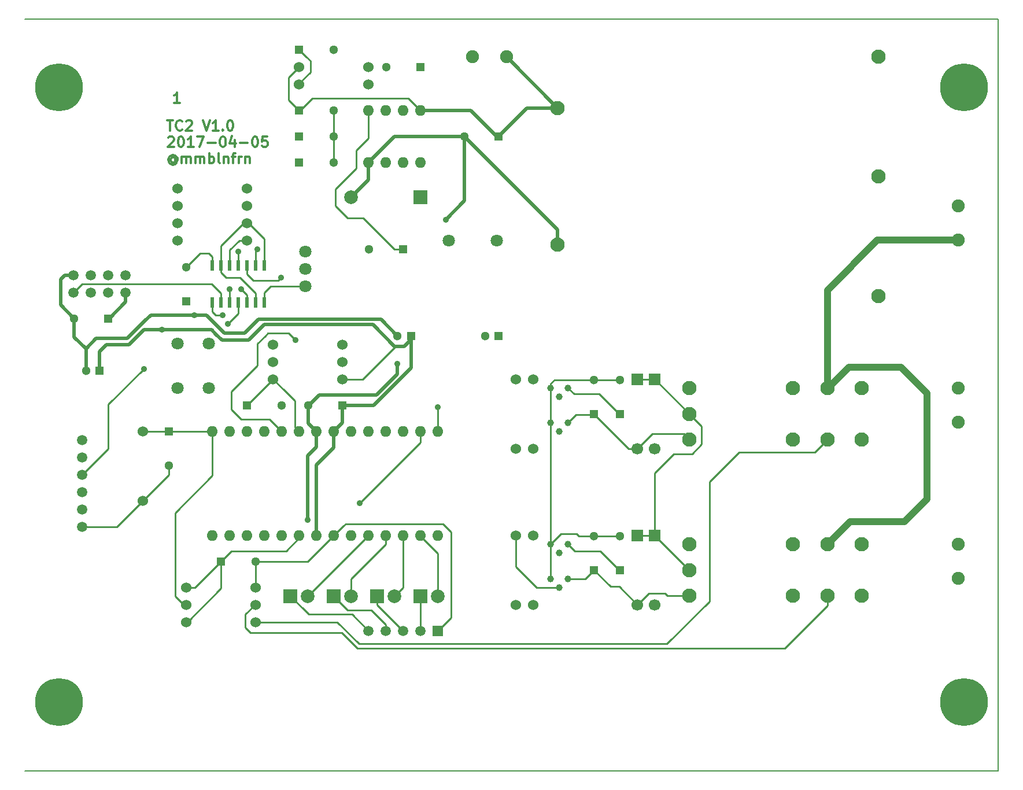
<source format=gbr>
G04 #@! TF.FileFunction,Copper,L1,Top,Signal*
%FSLAX46Y46*%
G04 Gerber Fmt 4.6, Leading zero omitted, Abs format (unit mm)*
G04 Created by KiCad (PCBNEW 4.0.2+dfsg1-stable) date Wed 05 Apr 2017 10:48:54 PM CEST*
%MOMM*%
G01*
G04 APERTURE LIST*
%ADD10C,0.100000*%
%ADD11C,0.300000*%
%ADD12C,0.150000*%
%ADD13R,1.300000X1.300000*%
%ADD14C,1.300000*%
%ADD15C,1.998980*%
%ADD16R,1.998980X1.998980*%
%ADD17R,2.000000X2.000000*%
%ADD18C,2.000000*%
%ADD19C,1.699260*%
%ADD20R,1.699260X1.699260*%
%ADD21C,1.800000*%
%ADD22C,1.000760*%
%ADD23C,1.524000*%
%ADD24R,1.500000X1.500000*%
%ADD25C,1.500000*%
%ADD26C,2.100000*%
%ADD27O,1.600000X1.600000*%
%ADD28C,1.900000*%
%ADD29R,0.600000X1.500000*%
%ADD30C,7.000000*%
%ADD31C,0.914400*%
%ADD32C,0.254000*%
%ADD33C,0.250000*%
%ADD34C,0.508000*%
%ADD35C,0.990600*%
G04 APERTURE END LIST*
D10*
D11*
X70842857Y-54778571D02*
X71700000Y-54778571D01*
X71271429Y-56278571D02*
X71271429Y-54778571D01*
X73057143Y-56135714D02*
X72985714Y-56207143D01*
X72771428Y-56278571D01*
X72628571Y-56278571D01*
X72414286Y-56207143D01*
X72271428Y-56064286D01*
X72200000Y-55921429D01*
X72128571Y-55635714D01*
X72128571Y-55421429D01*
X72200000Y-55135714D01*
X72271428Y-54992857D01*
X72414286Y-54850000D01*
X72628571Y-54778571D01*
X72771428Y-54778571D01*
X72985714Y-54850000D01*
X73057143Y-54921429D01*
X73628571Y-54921429D02*
X73700000Y-54850000D01*
X73842857Y-54778571D01*
X74200000Y-54778571D01*
X74342857Y-54850000D01*
X74414286Y-54921429D01*
X74485714Y-55064286D01*
X74485714Y-55207143D01*
X74414286Y-55421429D01*
X73557143Y-56278571D01*
X74485714Y-56278571D01*
X76057142Y-54778571D02*
X76557142Y-56278571D01*
X77057142Y-54778571D01*
X78342856Y-56278571D02*
X77485713Y-56278571D01*
X77914285Y-56278571D02*
X77914285Y-54778571D01*
X77771428Y-54992857D01*
X77628570Y-55135714D01*
X77485713Y-55207143D01*
X78985713Y-56135714D02*
X79057141Y-56207143D01*
X78985713Y-56278571D01*
X78914284Y-56207143D01*
X78985713Y-56135714D01*
X78985713Y-56278571D01*
X79985713Y-54778571D02*
X80128570Y-54778571D01*
X80271427Y-54850000D01*
X80342856Y-54921429D01*
X80414285Y-55064286D01*
X80485713Y-55350000D01*
X80485713Y-55707143D01*
X80414285Y-55992857D01*
X80342856Y-56135714D01*
X80271427Y-56207143D01*
X80128570Y-56278571D01*
X79985713Y-56278571D01*
X79842856Y-56207143D01*
X79771427Y-56135714D01*
X79699999Y-55992857D01*
X79628570Y-55707143D01*
X79628570Y-55350000D01*
X79699999Y-55064286D01*
X79771427Y-54921429D01*
X79842856Y-54850000D01*
X79985713Y-54778571D01*
X70985714Y-57321429D02*
X71057143Y-57250000D01*
X71200000Y-57178571D01*
X71557143Y-57178571D01*
X71700000Y-57250000D01*
X71771429Y-57321429D01*
X71842857Y-57464286D01*
X71842857Y-57607143D01*
X71771429Y-57821429D01*
X70914286Y-58678571D01*
X71842857Y-58678571D01*
X72771428Y-57178571D02*
X72914285Y-57178571D01*
X73057142Y-57250000D01*
X73128571Y-57321429D01*
X73200000Y-57464286D01*
X73271428Y-57750000D01*
X73271428Y-58107143D01*
X73200000Y-58392857D01*
X73128571Y-58535714D01*
X73057142Y-58607143D01*
X72914285Y-58678571D01*
X72771428Y-58678571D01*
X72628571Y-58607143D01*
X72557142Y-58535714D01*
X72485714Y-58392857D01*
X72414285Y-58107143D01*
X72414285Y-57750000D01*
X72485714Y-57464286D01*
X72557142Y-57321429D01*
X72628571Y-57250000D01*
X72771428Y-57178571D01*
X74699999Y-58678571D02*
X73842856Y-58678571D01*
X74271428Y-58678571D02*
X74271428Y-57178571D01*
X74128571Y-57392857D01*
X73985713Y-57535714D01*
X73842856Y-57607143D01*
X75199999Y-57178571D02*
X76199999Y-57178571D01*
X75557142Y-58678571D01*
X76771427Y-58107143D02*
X77914284Y-58107143D01*
X78914284Y-57178571D02*
X79057141Y-57178571D01*
X79199998Y-57250000D01*
X79271427Y-57321429D01*
X79342856Y-57464286D01*
X79414284Y-57750000D01*
X79414284Y-58107143D01*
X79342856Y-58392857D01*
X79271427Y-58535714D01*
X79199998Y-58607143D01*
X79057141Y-58678571D01*
X78914284Y-58678571D01*
X78771427Y-58607143D01*
X78699998Y-58535714D01*
X78628570Y-58392857D01*
X78557141Y-58107143D01*
X78557141Y-57750000D01*
X78628570Y-57464286D01*
X78699998Y-57321429D01*
X78771427Y-57250000D01*
X78914284Y-57178571D01*
X80699998Y-57678571D02*
X80699998Y-58678571D01*
X80342855Y-57107143D02*
X79985712Y-58178571D01*
X80914284Y-58178571D01*
X81485712Y-58107143D02*
X82628569Y-58107143D01*
X83628569Y-57178571D02*
X83771426Y-57178571D01*
X83914283Y-57250000D01*
X83985712Y-57321429D01*
X84057141Y-57464286D01*
X84128569Y-57750000D01*
X84128569Y-58107143D01*
X84057141Y-58392857D01*
X83985712Y-58535714D01*
X83914283Y-58607143D01*
X83771426Y-58678571D01*
X83628569Y-58678571D01*
X83485712Y-58607143D01*
X83414283Y-58535714D01*
X83342855Y-58392857D01*
X83271426Y-58107143D01*
X83271426Y-57750000D01*
X83342855Y-57464286D01*
X83414283Y-57321429D01*
X83485712Y-57250000D01*
X83628569Y-57178571D01*
X85485712Y-57178571D02*
X84771426Y-57178571D01*
X84699997Y-57892857D01*
X84771426Y-57821429D01*
X84914283Y-57750000D01*
X85271426Y-57750000D01*
X85414283Y-57821429D01*
X85485712Y-57892857D01*
X85557140Y-58035714D01*
X85557140Y-58392857D01*
X85485712Y-58535714D01*
X85414283Y-58607143D01*
X85271426Y-58678571D01*
X84914283Y-58678571D01*
X84771426Y-58607143D01*
X84699997Y-58535714D01*
X71985714Y-60364286D02*
X71914286Y-60292857D01*
X71771429Y-60221429D01*
X71628571Y-60221429D01*
X71485714Y-60292857D01*
X71414286Y-60364286D01*
X71342857Y-60507143D01*
X71342857Y-60650000D01*
X71414286Y-60792857D01*
X71485714Y-60864286D01*
X71628571Y-60935714D01*
X71771429Y-60935714D01*
X71914286Y-60864286D01*
X71985714Y-60792857D01*
X71985714Y-60221429D02*
X71985714Y-60792857D01*
X72057143Y-60864286D01*
X72128571Y-60864286D01*
X72271429Y-60792857D01*
X72342857Y-60650000D01*
X72342857Y-60292857D01*
X72200000Y-60078571D01*
X71985714Y-59935714D01*
X71700000Y-59864286D01*
X71414286Y-59935714D01*
X71200000Y-60078571D01*
X71057143Y-60292857D01*
X70985714Y-60578571D01*
X71057143Y-60864286D01*
X71200000Y-61078571D01*
X71414286Y-61221429D01*
X71700000Y-61292857D01*
X71985714Y-61221429D01*
X72200000Y-61078571D01*
X72985714Y-61078571D02*
X72985714Y-60078571D01*
X72985714Y-60221429D02*
X73057142Y-60150000D01*
X73200000Y-60078571D01*
X73414285Y-60078571D01*
X73557142Y-60150000D01*
X73628571Y-60292857D01*
X73628571Y-61078571D01*
X73628571Y-60292857D02*
X73700000Y-60150000D01*
X73842857Y-60078571D01*
X74057142Y-60078571D01*
X74200000Y-60150000D01*
X74271428Y-60292857D01*
X74271428Y-61078571D01*
X74985714Y-61078571D02*
X74985714Y-60078571D01*
X74985714Y-60221429D02*
X75057142Y-60150000D01*
X75200000Y-60078571D01*
X75414285Y-60078571D01*
X75557142Y-60150000D01*
X75628571Y-60292857D01*
X75628571Y-61078571D01*
X75628571Y-60292857D02*
X75700000Y-60150000D01*
X75842857Y-60078571D01*
X76057142Y-60078571D01*
X76200000Y-60150000D01*
X76271428Y-60292857D01*
X76271428Y-61078571D01*
X76985714Y-61078571D02*
X76985714Y-59578571D01*
X76985714Y-60150000D02*
X77128571Y-60078571D01*
X77414285Y-60078571D01*
X77557142Y-60150000D01*
X77628571Y-60221429D01*
X77700000Y-60364286D01*
X77700000Y-60792857D01*
X77628571Y-60935714D01*
X77557142Y-61007143D01*
X77414285Y-61078571D01*
X77128571Y-61078571D01*
X76985714Y-61007143D01*
X78557143Y-61078571D02*
X78414285Y-61007143D01*
X78342857Y-60864286D01*
X78342857Y-59578571D01*
X79128571Y-60078571D02*
X79128571Y-61078571D01*
X79128571Y-60221429D02*
X79199999Y-60150000D01*
X79342857Y-60078571D01*
X79557142Y-60078571D01*
X79699999Y-60150000D01*
X79771428Y-60292857D01*
X79771428Y-61078571D01*
X80271428Y-60078571D02*
X80842857Y-60078571D01*
X80485714Y-61078571D02*
X80485714Y-59792857D01*
X80557142Y-59650000D01*
X80700000Y-59578571D01*
X80842857Y-59578571D01*
X81342857Y-61078571D02*
X81342857Y-60078571D01*
X81342857Y-60364286D02*
X81414285Y-60221429D01*
X81485714Y-60150000D01*
X81628571Y-60078571D01*
X81771428Y-60078571D01*
X82271428Y-60078571D02*
X82271428Y-61078571D01*
X82271428Y-60221429D02*
X82342856Y-60150000D01*
X82485714Y-60078571D01*
X82699999Y-60078571D01*
X82842856Y-60150000D01*
X82914285Y-60292857D01*
X82914285Y-61078571D01*
X72728572Y-52228571D02*
X71871429Y-52228571D01*
X72300001Y-52228571D02*
X72300001Y-50728571D01*
X72157144Y-50942857D01*
X72014286Y-51085714D01*
X71871429Y-51157143D01*
D12*
X57000000Y-50000000D02*
G75*
G03X57000000Y-50000000I-2000000J0D01*
G01*
X189500000Y-50000000D02*
G75*
G03X189500000Y-50000000I-2000000J0D01*
G01*
X189500000Y-140000000D02*
G75*
G03X189500000Y-140000000I-2000000J0D01*
G01*
X57000000Y-140000000D02*
G75*
G03X57000000Y-140000000I-2000000J0D01*
G01*
X50000000Y-150000000D02*
X192500000Y-150000000D01*
X192500000Y-40000000D02*
X50000000Y-40000000D01*
X192500000Y-48000000D02*
X192500000Y-150000000D01*
X192500000Y-40000000D02*
X192500000Y-48000000D01*
D13*
X119380000Y-57150000D03*
D14*
X114380000Y-57150000D03*
D13*
X90170000Y-53340000D03*
D14*
X95170000Y-53340000D03*
D13*
X62230000Y-83820000D03*
D14*
X57230000Y-83820000D03*
D13*
X90170000Y-57150000D03*
D14*
X95170000Y-57150000D03*
D13*
X60960000Y-91440000D03*
D14*
X58960000Y-91440000D03*
D13*
X90170000Y-60960000D03*
D14*
X95170000Y-60960000D03*
D13*
X90170000Y-44450000D03*
D14*
X95170000Y-44450000D03*
D13*
X107950000Y-46990000D03*
D14*
X102950000Y-46990000D03*
D13*
X105410000Y-73660000D03*
D14*
X100410000Y-73660000D03*
D13*
X96520000Y-96520000D03*
D14*
X91520000Y-96520000D03*
D13*
X73660000Y-81280000D03*
D14*
X73660000Y-76280000D03*
D13*
X82550000Y-96520000D03*
D14*
X87550000Y-96520000D03*
D13*
X106553000Y-86360000D03*
D14*
X104553000Y-86360000D03*
D13*
X119380000Y-86360000D03*
D14*
X117380000Y-86360000D03*
D13*
X137160000Y-97790000D03*
D14*
X137160000Y-92790000D03*
D13*
X78740000Y-119380000D03*
D14*
X83740000Y-119380000D03*
D13*
X71120000Y-100330000D03*
D14*
X71120000Y-105330000D03*
D13*
X133350000Y-97790000D03*
D14*
X133350000Y-92790000D03*
D13*
X137160000Y-120650000D03*
D14*
X137160000Y-115650000D03*
D13*
X133350000Y-120650000D03*
D14*
X133350000Y-115650000D03*
D15*
X97790000Y-66042540D03*
D16*
X107950000Y-66042540D03*
D17*
X107950000Y-124460000D03*
D18*
X110490000Y-124460000D03*
D17*
X101600000Y-124460000D03*
D18*
X104140000Y-124460000D03*
D17*
X95250000Y-124460000D03*
D18*
X97790000Y-124460000D03*
D17*
X88900000Y-124460000D03*
D18*
X91440000Y-124460000D03*
D19*
X139702540Y-102870520D03*
D20*
X139702540Y-92710520D03*
D19*
X142242540Y-125730520D03*
D20*
X142242540Y-115570520D03*
D19*
X139702540Y-125730520D03*
D20*
X139702540Y-115570520D03*
D21*
X119070000Y-72390000D03*
X112070000Y-72390000D03*
D22*
X128270000Y-95250000D03*
X127000000Y-93980000D03*
X129540000Y-93980000D03*
X128270000Y-100330000D03*
X127000000Y-99060000D03*
X129540000Y-99060000D03*
X128270000Y-118110000D03*
X127000000Y-116840000D03*
X129540000Y-116840000D03*
X128270000Y-123190000D03*
X127000000Y-121920000D03*
X129540000Y-121920000D03*
D23*
X90170000Y-46990000D03*
X100330000Y-46990000D03*
X100330000Y-49530000D03*
X90170000Y-49530000D03*
X82550000Y-64770000D03*
X72390000Y-64770000D03*
X72390000Y-72390000D03*
X82550000Y-72390000D03*
X82550000Y-67310000D03*
X72390000Y-67310000D03*
X86360000Y-87630000D03*
X96520000Y-87630000D03*
X96520000Y-90170000D03*
X86360000Y-90170000D03*
X82550000Y-69850000D03*
X72390000Y-69850000D03*
X96520000Y-92710000D03*
X86360000Y-92710000D03*
X124460000Y-92710000D03*
X124460000Y-102870000D03*
D24*
X110490000Y-129540000D03*
D25*
X107950000Y-129540000D03*
X105410000Y-129540000D03*
X102870000Y-129540000D03*
X100330000Y-129540000D03*
D26*
X147320000Y-93980000D03*
X147320000Y-97760000D03*
X147320000Y-101540000D03*
X162440000Y-101540000D03*
X167480000Y-101540000D03*
X172520000Y-101540000D03*
X172520000Y-93980000D03*
X167480000Y-93980000D03*
X162440000Y-93980000D03*
D23*
X121920000Y-92710000D03*
X121920000Y-102870000D03*
X73660000Y-123190000D03*
X83820000Y-123190000D03*
X73660000Y-128270000D03*
X83820000Y-128270000D03*
X67310000Y-100330000D03*
X67310000Y-110490000D03*
X124460000Y-115570000D03*
X124460000Y-125730000D03*
D26*
X147320000Y-116840000D03*
X147320000Y-120620000D03*
X147320000Y-124400000D03*
X162440000Y-124400000D03*
X167480000Y-124400000D03*
X172520000Y-124400000D03*
X172520000Y-116840000D03*
X167480000Y-116840000D03*
X162440000Y-116840000D03*
D23*
X121920000Y-115570000D03*
X121920000Y-125730000D03*
X73660000Y-125730000D03*
X83820000Y-125730000D03*
D21*
X91059000Y-76581000D03*
X91059000Y-79121000D03*
X91059000Y-74041000D03*
X72390000Y-93980000D03*
X76890000Y-93980000D03*
X72390000Y-87480000D03*
X76890000Y-87480000D03*
D25*
X58420000Y-101600000D03*
X58420000Y-104140000D03*
X58420000Y-106680000D03*
X58420000Y-109220000D03*
X58420000Y-111760000D03*
X58420000Y-114300000D03*
X57150000Y-77470000D03*
X64770000Y-80010000D03*
X57150000Y-80010000D03*
X64770000Y-77470000D03*
X59690000Y-77470000D03*
X62230000Y-80010000D03*
X59690000Y-80010000D03*
X62230000Y-77470000D03*
D27*
X100330000Y-60960000D03*
X102870000Y-60960000D03*
X105410000Y-60960000D03*
X107950000Y-60960000D03*
X107950000Y-53340000D03*
X105410000Y-53340000D03*
X102870000Y-53340000D03*
X100330000Y-53340000D03*
X77470000Y-115570000D03*
X80010000Y-115570000D03*
X82550000Y-115570000D03*
X85090000Y-115570000D03*
X87630000Y-115570000D03*
X90170000Y-115570000D03*
X92710000Y-115570000D03*
X95250000Y-115570000D03*
X97790000Y-115570000D03*
X100330000Y-115570000D03*
X102870000Y-115570000D03*
X105410000Y-115570000D03*
X107950000Y-115570000D03*
X110490000Y-115570000D03*
X110490000Y-100330000D03*
X107950000Y-100330000D03*
X105410000Y-100330000D03*
X102870000Y-100330000D03*
X100330000Y-100330000D03*
X97790000Y-100330000D03*
X95250000Y-100330000D03*
X92710000Y-100330000D03*
X90170000Y-100330000D03*
X87630000Y-100330000D03*
X85090000Y-100330000D03*
X82550000Y-100330000D03*
X80010000Y-100330000D03*
X77470000Y-100330000D03*
D26*
X175000000Y-45500000D03*
X175000000Y-63000000D03*
X128000000Y-53000000D03*
X128000000Y-73000000D03*
X175000000Y-80500000D03*
D28*
X186690000Y-67350000D03*
X186690000Y-72350000D03*
X186690000Y-94020000D03*
X186690000Y-99020000D03*
X186690000Y-116880000D03*
X186690000Y-121880000D03*
X120500000Y-45500000D03*
X115500000Y-45500000D03*
D29*
X85090000Y-76040000D03*
X83820000Y-76040000D03*
X82550000Y-76040000D03*
X81280000Y-76040000D03*
X80010000Y-76040000D03*
X78740000Y-76040000D03*
X77470000Y-76040000D03*
X77470000Y-81440000D03*
X78740000Y-81440000D03*
X80010000Y-81440000D03*
X81280000Y-81440000D03*
X82550000Y-81440000D03*
X83820000Y-81440000D03*
X85090000Y-81440000D03*
D19*
X142242540Y-102870520D03*
D20*
X142242540Y-92710520D03*
D30*
X55000000Y-140000000D03*
X187500000Y-140000000D03*
X187500000Y-50000000D03*
X55000000Y-50000000D03*
D31*
X80010000Y-79502000D03*
X81280000Y-74041000D03*
X84074000Y-73660000D03*
X78994000Y-83312000D03*
X110490000Y-96774000D03*
X79756000Y-84582000D03*
X99060000Y-110871000D03*
X67437000Y-91186000D03*
X81661000Y-79502000D03*
X89662000Y-86995000D03*
X87503000Y-77851000D03*
X74803000Y-83312000D03*
X91440000Y-113284000D03*
X104521000Y-90424000D03*
X111633000Y-69342000D03*
X70104000Y-85471000D03*
D32*
X88646000Y-48514000D02*
X88646000Y-51816000D01*
X88646000Y-51816000D02*
X88646000Y-51689000D01*
X88646000Y-51689000D02*
X88646000Y-51816000D01*
X142242540Y-92710520D02*
X142270520Y-92710520D01*
X142270520Y-92710520D02*
X147320000Y-97760000D01*
X90170000Y-53340000D02*
X90297000Y-53340000D01*
X90297000Y-53340000D02*
X92075000Y-51562000D01*
X106172000Y-51562000D02*
X107950000Y-53340000D01*
X92075000Y-51562000D02*
X106172000Y-51562000D01*
X142242540Y-115570520D02*
X142242540Y-106423460D01*
X149098000Y-99538000D02*
X147320000Y-97760000D01*
X149098000Y-102235000D02*
X149098000Y-99538000D01*
X147701000Y-103632000D02*
X149098000Y-102235000D01*
X145034000Y-103632000D02*
X147701000Y-103632000D01*
X142242540Y-106423460D02*
X145034000Y-103632000D01*
D33*
X139702540Y-92710520D02*
X142242540Y-92710520D01*
X142242540Y-92710520D02*
X142240000Y-92713060D01*
X147320000Y-120620000D02*
X147292020Y-120620000D01*
X147292020Y-120620000D02*
X142242540Y-115570520D01*
X142242540Y-115570520D02*
X139702540Y-115570520D01*
X90170000Y-53340000D02*
X88646000Y-51816000D01*
X88646000Y-48514000D02*
X90170000Y-46990000D01*
D34*
X120500000Y-45500000D02*
X128000000Y-53000000D01*
X128000000Y-53000000D02*
X123530000Y-53000000D01*
X123530000Y-53000000D02*
X119380000Y-57150000D01*
X119380000Y-57150000D02*
X119126000Y-57150000D01*
X119126000Y-57150000D02*
X115316000Y-53340000D01*
X115316000Y-53340000D02*
X107950000Y-53340000D01*
D32*
X90170000Y-44450000D02*
X91186000Y-45466000D01*
X91186000Y-45466000D02*
X91821000Y-46101000D01*
X90170000Y-49530000D02*
X90170000Y-49403000D01*
X90170000Y-49403000D02*
X91821000Y-47752000D01*
D33*
X91821000Y-46101000D02*
X91821000Y-47752000D01*
D32*
X86360000Y-92710000D02*
X88011000Y-94361000D01*
X88011000Y-94361000D02*
X89535000Y-95885000D01*
X86360000Y-92710000D02*
X82550000Y-96520000D01*
X89535000Y-99695000D02*
X90170000Y-100330000D01*
X89535000Y-95885000D02*
X89535000Y-99695000D01*
X137160000Y-97790000D02*
X137033000Y-97790000D01*
X137033000Y-97790000D02*
X134112000Y-94869000D01*
X132207000Y-94869000D02*
X130429000Y-94869000D01*
X130429000Y-94869000D02*
X129540000Y-93980000D01*
D33*
X132207000Y-94869000D02*
X134112000Y-94869000D01*
D32*
X73660000Y-128270000D02*
X73787000Y-128270000D01*
X73787000Y-128270000D02*
X78740000Y-123317000D01*
D33*
X73660000Y-123190000D02*
X74549000Y-123190000D01*
X74930000Y-123190000D02*
X78740000Y-119380000D01*
X74803000Y-123190000D02*
X74930000Y-123190000D01*
X74549000Y-123190000D02*
X74803000Y-123190000D01*
X78740000Y-119380000D02*
X78740000Y-123317000D01*
X90170000Y-115570000D02*
X90170000Y-115951000D01*
X90170000Y-115951000D02*
X88265000Y-117856000D01*
X88265000Y-117856000D02*
X80264000Y-117856000D01*
X80264000Y-117856000D02*
X78740000Y-119380000D01*
D32*
X71120000Y-100330000D02*
X77470000Y-100330000D01*
X77470000Y-100330000D02*
X77470000Y-106807000D01*
X77470000Y-106807000D02*
X72009000Y-112268000D01*
X72009000Y-112268000D02*
X72009000Y-124460000D01*
X72009000Y-124460000D02*
X73279000Y-125730000D01*
X73279000Y-125730000D02*
X73660000Y-125730000D01*
X67310000Y-100330000D02*
X77470000Y-100330000D01*
X73660000Y-125730000D02*
X73279000Y-125730000D01*
X73279000Y-125730000D02*
X72009000Y-124460000D01*
X72009000Y-124460000D02*
X72009000Y-112268000D01*
X72009000Y-112268000D02*
X77470000Y-106807000D01*
X77470000Y-106807000D02*
X77470000Y-100330000D01*
X139702540Y-102870520D02*
X139702540Y-102867460D01*
X139702540Y-102867460D02*
X141859000Y-100711000D01*
X133350000Y-97790000D02*
X138430520Y-102870520D01*
X138430000Y-102870000D02*
X138430000Y-102870520D01*
X138430520Y-102870520D02*
X138430000Y-102870000D01*
D33*
X129540000Y-99060000D02*
X130683000Y-97917000D01*
X130683000Y-97917000D02*
X133223000Y-97917000D01*
X133223000Y-97917000D02*
X133350000Y-97790000D01*
X139702540Y-102870520D02*
X138430000Y-102870520D01*
X146491000Y-100711000D02*
X147320000Y-101540000D01*
X141859000Y-100711000D02*
X146491000Y-100711000D01*
X137160000Y-120650000D02*
X137033000Y-120650000D01*
X137033000Y-120650000D02*
X134239000Y-117856000D01*
X129540000Y-116840000D02*
X130556000Y-117856000D01*
X130556000Y-117856000D02*
X134239000Y-117856000D01*
D32*
X139702540Y-125730520D02*
X139700520Y-125730520D01*
X139700520Y-125730520D02*
X137033000Y-123063000D01*
X135763000Y-123063000D02*
X133350000Y-120650000D01*
X137033000Y-123063000D02*
X135763000Y-123063000D01*
X147320000Y-124400000D02*
X144085000Y-124400000D01*
X141354060Y-124079000D02*
X139702540Y-125730520D01*
X143764000Y-124079000D02*
X141354060Y-124079000D01*
X144085000Y-124400000D02*
X143764000Y-124079000D01*
D33*
X129540000Y-121920000D02*
X132080000Y-121920000D01*
X132080000Y-121920000D02*
X133350000Y-120650000D01*
X147320000Y-124400000D02*
X147133000Y-124400000D01*
X107950000Y-124460000D02*
X107950000Y-129540000D01*
X107950000Y-115570000D02*
X107950000Y-115697000D01*
X107950000Y-115697000D02*
X110490000Y-118237000D01*
X110490000Y-118237000D02*
X110490000Y-120396000D01*
X110490000Y-120396000D02*
X110490000Y-124460000D01*
X101600000Y-124460000D02*
X101600000Y-125730000D01*
X101600000Y-125730000D02*
X105410000Y-129540000D01*
X105410000Y-115570000D02*
X105410000Y-123190000D01*
X105410000Y-123190000D02*
X104140000Y-124460000D01*
D32*
X95250000Y-124460000D02*
X97282000Y-126492000D01*
D33*
X102870000Y-128651000D02*
X102870000Y-129540000D01*
X100711000Y-126492000D02*
X102870000Y-128651000D01*
X97282000Y-126492000D02*
X100711000Y-126492000D01*
X102870000Y-115570000D02*
X102870000Y-116840000D01*
X97790000Y-121920000D02*
X97790000Y-122936000D01*
X102870000Y-116840000D02*
X97790000Y-121920000D01*
X97790000Y-122936000D02*
X97790000Y-124460000D01*
D32*
X88900000Y-124460000D02*
X90805000Y-126365000D01*
X90805000Y-126365000D02*
X91567000Y-127127000D01*
D33*
X97917000Y-127127000D02*
X100330000Y-129540000D01*
X91567000Y-127127000D02*
X97917000Y-127127000D01*
D32*
X100330000Y-115570000D02*
X95250000Y-120650000D01*
D33*
X95250000Y-120650000D02*
X91440000Y-124460000D01*
X121920000Y-119761000D02*
X121920000Y-120142000D01*
X121920000Y-120142000D02*
X124968000Y-123190000D01*
X128270000Y-123190000D02*
X124968000Y-123190000D01*
X121920000Y-115570000D02*
X121920000Y-119761000D01*
D32*
X80010000Y-79502000D02*
X80010000Y-81440000D01*
X81280000Y-76040000D02*
X81280000Y-74041000D01*
X80010000Y-76040000D02*
X80010000Y-73787000D01*
X81407000Y-72390000D02*
X82550000Y-72390000D01*
X80010000Y-73787000D02*
X81407000Y-72390000D01*
X83820000Y-76040000D02*
X83820000Y-73914000D01*
X83820000Y-73914000D02*
X84074000Y-73660000D01*
X77470000Y-81440000D02*
X77470000Y-82804000D01*
X77470000Y-82804000D02*
X77978000Y-83312000D01*
X77978000Y-83312000D02*
X78994000Y-83312000D01*
X110490000Y-100330000D02*
X110490000Y-96774000D01*
X81280000Y-81440000D02*
X81280000Y-83058000D01*
X81280000Y-83058000D02*
X79756000Y-84582000D01*
X83820000Y-80137000D02*
X81534000Y-77851000D01*
X79502000Y-77851000D02*
X78740000Y-77089000D01*
X81534000Y-77851000D02*
X79502000Y-77851000D01*
X82550000Y-69850000D02*
X82804000Y-69850000D01*
X82804000Y-69850000D02*
X84074000Y-71120000D01*
X82550000Y-69850000D02*
X82042000Y-69850000D01*
X82042000Y-69850000D02*
X80772000Y-71120000D01*
X78740000Y-76040000D02*
X78740000Y-73152000D01*
X85090000Y-72136000D02*
X85090000Y-76040000D01*
X84074000Y-71120000D02*
X85090000Y-72136000D01*
X78740000Y-73152000D02*
X80772000Y-71120000D01*
X78740000Y-76040000D02*
X78740000Y-77089000D01*
X83820000Y-80137000D02*
X83820000Y-81440000D01*
X150241000Y-125095000D02*
X150241000Y-125222000D01*
X150241000Y-125222000D02*
X144018000Y-131445000D01*
X83820000Y-128270000D02*
X95758000Y-128270000D01*
X95758000Y-128270000D02*
X98933000Y-131445000D01*
X98933000Y-131445000D02*
X144018000Y-131445000D01*
X165642000Y-103378000D02*
X167480000Y-101540000D01*
X154559000Y-103378000D02*
X165642000Y-103378000D01*
X150241000Y-107696000D02*
X154559000Y-103378000D01*
X150241000Y-125095000D02*
X150241000Y-107696000D01*
D33*
X167480000Y-101540000D02*
X167480000Y-101887000D01*
D35*
X167480000Y-93980000D02*
X167640000Y-93980000D01*
X167640000Y-93980000D02*
X170688000Y-90932000D01*
X170782000Y-113538000D02*
X167480000Y-116840000D01*
X178816000Y-113538000D02*
X170782000Y-113538000D01*
X182118000Y-110236000D02*
X178816000Y-113538000D01*
X182118000Y-94742000D02*
X182118000Y-110236000D01*
X178308000Y-90932000D02*
X182118000Y-94742000D01*
X170688000Y-90932000D02*
X178308000Y-90932000D01*
X167480000Y-93980000D02*
X167480000Y-79662000D01*
X174792000Y-72350000D02*
X186690000Y-72350000D01*
X167480000Y-79662000D02*
X174792000Y-72350000D01*
D32*
X82296000Y-127127000D02*
X82296000Y-129032000D01*
X161290000Y-132080000D02*
X161925000Y-131445000D01*
X98679000Y-132080000D02*
X161290000Y-132080000D01*
X96393000Y-129794000D02*
X98679000Y-132080000D01*
X83058000Y-129794000D02*
X96393000Y-129794000D01*
X82296000Y-129032000D02*
X83058000Y-129794000D01*
D33*
X83820000Y-125730000D02*
X83693000Y-125730000D01*
X83693000Y-125730000D02*
X82296000Y-127127000D01*
X161925000Y-131445000D02*
X162687000Y-130683000D01*
X162687000Y-130683000D02*
X167513000Y-125857000D01*
X167513000Y-125857000D02*
X167513000Y-124433000D01*
X167513000Y-124433000D02*
X167480000Y-124400000D01*
D32*
X107950000Y-100330000D02*
X107950000Y-101981000D01*
X107950000Y-101981000D02*
X99060000Y-110871000D01*
X82550000Y-81440000D02*
X82550000Y-80391000D01*
X62230000Y-102870000D02*
X58420000Y-106680000D01*
X62230000Y-96393000D02*
X62230000Y-102870000D01*
X67437000Y-91186000D02*
X62230000Y-96393000D01*
X82550000Y-80391000D02*
X81661000Y-79502000D01*
X78740000Y-80137000D02*
X77343000Y-78740000D01*
X77343000Y-78740000D02*
X77216000Y-78740000D01*
X66167000Y-78740000D02*
X77216000Y-78740000D01*
X66167000Y-78740000D02*
X58420000Y-78740000D01*
X58420000Y-78740000D02*
X57150000Y-80010000D01*
X78740000Y-81440000D02*
X78740000Y-80137000D01*
X89027000Y-86360000D02*
X88646000Y-85979000D01*
X85598000Y-85979000D02*
X85217000Y-86360000D01*
X88646000Y-85979000D02*
X85598000Y-85979000D01*
X89027000Y-86360000D02*
X89662000Y-86995000D01*
X81661000Y-98552000D02*
X80264000Y-97155000D01*
X80264000Y-97155000D02*
X80264000Y-96901000D01*
X82804000Y-91948000D02*
X84074000Y-90678000D01*
X84074000Y-90678000D02*
X84074000Y-87503000D01*
X84074000Y-87503000D02*
X85217000Y-86360000D01*
X82550000Y-77343000D02*
X83439000Y-78232000D01*
X82550000Y-77343000D02*
X82550000Y-76040000D01*
X86106000Y-98806000D02*
X85852000Y-98552000D01*
X85852000Y-98552000D02*
X81661000Y-98552000D01*
X80264000Y-96901000D02*
X80264000Y-94488000D01*
X80264000Y-94488000D02*
X82804000Y-91948000D01*
X82804000Y-91948000D02*
X82804000Y-91948000D01*
X87503000Y-77851000D02*
X87122000Y-78232000D01*
X87630000Y-100330000D02*
X86106000Y-98806000D01*
X83439000Y-78232000D02*
X87122000Y-78232000D01*
D33*
X111188500Y-113855500D02*
X96964500Y-113855500D01*
X96964500Y-113855500D02*
X96647000Y-114173000D01*
X111188500Y-113855500D02*
X112395000Y-115062000D01*
X127000000Y-116840000D02*
X127000000Y-121920000D01*
X133350000Y-115650000D02*
X131144000Y-115650000D01*
X128524000Y-115316000D02*
X127000000Y-116840000D01*
X130810000Y-115316000D02*
X128524000Y-115316000D01*
X131144000Y-115650000D02*
X130810000Y-115316000D01*
D34*
X74803000Y-83312000D02*
X76581000Y-83312000D01*
X76581000Y-83312000D02*
X77851000Y-84582000D01*
X74803000Y-83312000D02*
X68453000Y-83312000D01*
X68453000Y-83312000D02*
X67564000Y-84201000D01*
D32*
X95250000Y-115570000D02*
X91440000Y-119380000D01*
X95250000Y-115570000D02*
X96647000Y-114173000D01*
X77470000Y-76040000D02*
X77470000Y-74803000D01*
X75645000Y-74295000D02*
X73660000Y-76280000D01*
X76962000Y-74295000D02*
X75645000Y-74295000D01*
X77470000Y-74803000D02*
X76962000Y-74295000D01*
X133350000Y-92790000D02*
X127555000Y-92790000D01*
X127555000Y-92790000D02*
X127000000Y-93345000D01*
D34*
X77851000Y-84582000D02*
X78740000Y-85471000D01*
X84201000Y-83947000D02*
X102140000Y-83947000D01*
X102140000Y-83947000D02*
X104553000Y-86360000D01*
X78740000Y-85471000D02*
X79248000Y-85979000D01*
X79248000Y-85979000D02*
X82169000Y-85979000D01*
X82169000Y-85979000D02*
X84201000Y-83947000D01*
X92710000Y-100330000D02*
X92710000Y-102616000D01*
X92710000Y-102616000D02*
X91440000Y-103886000D01*
X91440000Y-103886000D02*
X91440000Y-113284000D01*
X91520000Y-96520000D02*
X91520000Y-99140000D01*
X91520000Y-99140000D02*
X92710000Y-100330000D01*
X91520000Y-96520000D02*
X91567000Y-96520000D01*
X91567000Y-96520000D02*
X93091000Y-94996000D01*
X104521000Y-91948000D02*
X104521000Y-90424000D01*
X101473000Y-94996000D02*
X104521000Y-91948000D01*
X93091000Y-94996000D02*
X101473000Y-94996000D01*
X57150000Y-77470000D02*
X55880000Y-77470000D01*
X55245000Y-81835000D02*
X57230000Y-83820000D01*
X55245000Y-78105000D02*
X55245000Y-81835000D01*
X55880000Y-77470000D02*
X55245000Y-78105000D01*
X57230000Y-83820000D02*
X57230000Y-86503000D01*
X57230000Y-86503000D02*
X58960000Y-88233000D01*
X58960000Y-91440000D02*
X58960000Y-88233000D01*
X58960000Y-88233000D02*
X60452000Y-86741000D01*
X60452000Y-86741000D02*
X65024000Y-86741000D01*
X65024000Y-86741000D02*
X67564000Y-84201000D01*
X100330000Y-60960000D02*
X100330000Y-63502540D01*
X100330000Y-63502540D02*
X97790000Y-66042540D01*
D32*
X67310000Y-110490000D02*
X63500000Y-114300000D01*
X63500000Y-114300000D02*
X58420000Y-114300000D01*
X67310000Y-110490000D02*
X71120000Y-106680000D01*
X71120000Y-106680000D02*
X71120000Y-105330000D01*
X71120000Y-105330000D02*
X71120000Y-106680000D01*
X127000000Y-116840000D02*
X127000000Y-99060000D01*
D33*
X91520000Y-99140000D02*
X92710000Y-100330000D01*
X92710000Y-102616000D02*
X91440000Y-103886000D01*
X127000000Y-93980000D02*
X127000000Y-99060000D01*
X127000000Y-93980000D02*
X127000000Y-93345000D01*
X133350000Y-92790000D02*
X137160000Y-92790000D01*
X137160000Y-115650000D02*
X133350000Y-115650000D01*
X83820000Y-123190000D02*
X83820000Y-119460000D01*
X83820000Y-119460000D02*
X83740000Y-119380000D01*
X83740000Y-119380000D02*
X91440000Y-119380000D01*
X112395000Y-127635000D02*
X110490000Y-129540000D01*
X112395000Y-115062000D02*
X112395000Y-127635000D01*
X95170000Y-57150000D02*
X95170000Y-60960000D01*
X95170000Y-53340000D02*
X95170000Y-57150000D01*
D34*
X128000000Y-73000000D02*
X128000000Y-70770000D01*
X128000000Y-70770000D02*
X114380000Y-57150000D01*
X114380000Y-57150000D02*
X114380000Y-66595000D01*
X114380000Y-66595000D02*
X114380000Y-57150000D01*
X111633000Y-69342000D02*
X114380000Y-66595000D01*
X114380000Y-57150000D02*
X104140000Y-57150000D01*
X104140000Y-57150000D02*
X100330000Y-60960000D01*
X71501000Y-85471000D02*
X77343000Y-85471000D01*
X77343000Y-85471000D02*
X77978000Y-86106000D01*
X70104000Y-85471000D02*
X67437000Y-85471000D01*
X67437000Y-85471000D02*
X66421000Y-86487000D01*
X71501000Y-85471000D02*
X70104000Y-85471000D01*
X100965000Y-84709000D02*
X85090000Y-84709000D01*
X85090000Y-84709000D02*
X82804000Y-86995000D01*
X78867000Y-86995000D02*
X77978000Y-86106000D01*
X79502000Y-86995000D02*
X78867000Y-86995000D01*
X82804000Y-86995000D02*
X79502000Y-86995000D01*
X104267000Y-87884000D02*
X104140000Y-87884000D01*
X104140000Y-87884000D02*
X100965000Y-84709000D01*
D32*
X85090000Y-81440000D02*
X85090000Y-80010000D01*
X85979000Y-79121000D02*
X91059000Y-79121000D01*
X85090000Y-80010000D02*
X85979000Y-79121000D01*
X96520000Y-92710000D02*
X99441000Y-92710000D01*
X99441000Y-92710000D02*
X104267000Y-87884000D01*
D34*
X95250000Y-100330000D02*
X95250000Y-102743000D01*
X95250000Y-102743000D02*
X92710000Y-105283000D01*
X92710000Y-105283000D02*
X92710000Y-115570000D01*
X96520000Y-96520000D02*
X96520000Y-99060000D01*
X96520000Y-99060000D02*
X95250000Y-100330000D01*
X106553000Y-86360000D02*
X106553000Y-91059000D01*
X101092000Y-96520000D02*
X96520000Y-96520000D01*
X106553000Y-91059000D02*
X101092000Y-96520000D01*
X62230000Y-83820000D02*
X62357000Y-83820000D01*
X62357000Y-83820000D02*
X64770000Y-81407000D01*
X64770000Y-81407000D02*
X64770000Y-80010000D01*
X106553000Y-86360000D02*
X106553000Y-86868000D01*
X106553000Y-86868000D02*
X105537000Y-87884000D01*
X105537000Y-87884000D02*
X104267000Y-87884000D01*
X61976000Y-87630000D02*
X60960000Y-88646000D01*
X60960000Y-88646000D02*
X60960000Y-91440000D01*
X66421000Y-86487000D02*
X65278000Y-87630000D01*
X65278000Y-87630000D02*
X61976000Y-87630000D01*
D33*
X105410000Y-73660000D02*
X104140000Y-73660000D01*
X98552000Y-61849000D02*
X98552000Y-61468000D01*
X95504000Y-64897000D02*
X98552000Y-61849000D01*
X95504000Y-67310000D02*
X95504000Y-64897000D01*
X97282000Y-69088000D02*
X95504000Y-67310000D01*
X99568000Y-69088000D02*
X97282000Y-69088000D01*
X104140000Y-73660000D02*
X99568000Y-69088000D01*
X92710000Y-115570000D02*
X92710000Y-105283000D01*
X92710000Y-105283000D02*
X95250000Y-102743000D01*
X100330000Y-53340000D02*
X100330000Y-57404000D01*
X100330000Y-57404000D02*
X98552000Y-59182000D01*
X98552000Y-59182000D02*
X98552000Y-61468000D01*
D34*
X186690000Y-94020000D02*
X186777000Y-94020000D01*
M02*

</source>
